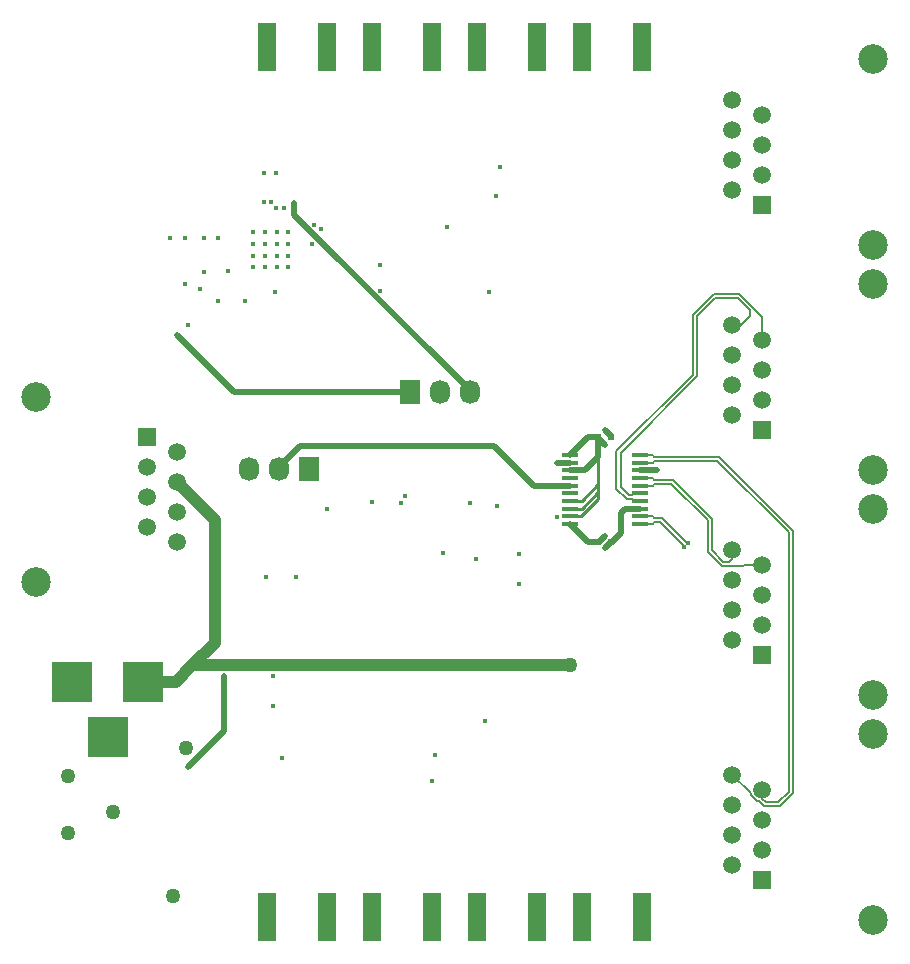
<source format=gbr>
G04 #@! TF.FileFunction,Copper,L4,Bot,Signal*
%FSLAX46Y46*%
G04 Gerber Fmt 4.6, Leading zero omitted, Abs format (unit mm)*
G04 Created by KiCad (PCBNEW (2016-02-16 BZR 6568, Git 6c5f954)-product) date Sun 21 Feb 2016 12:14:23 PM EST*
%MOMM*%
G01*
G04 APERTURE LIST*
%ADD10C,0.100000*%
%ADD11R,0.600000X0.500000*%
%ADD12R,3.500120X3.500120*%
%ADD13R,1.501140X1.501140*%
%ADD14C,1.501140*%
%ADD15C,2.500000*%
%ADD16R,1.727200X2.032000*%
%ADD17O,1.727200X2.032000*%
%ADD18R,1.520000X4.060000*%
%ADD19R,1.450000X0.450000*%
%ADD20C,0.406400*%
%ADD21C,1.270000*%
%ADD22C,0.254000*%
%ADD23C,0.508000*%
%ADD24C,1.016000*%
%ADD25C,0.203200*%
G04 APERTURE END LIST*
D10*
D11*
X139785000Y-101600000D03*
X140885000Y-101600000D03*
X139785000Y-110490000D03*
X140885000Y-110490000D03*
D12*
X101249480Y-122301000D03*
X95250000Y-122301000D03*
X98249740Y-127000000D03*
D13*
X153670000Y-120015000D03*
D14*
X151130000Y-118745000D03*
X153670000Y-117475000D03*
X151130000Y-116205000D03*
X153670000Y-114935000D03*
X151130000Y-113665000D03*
X153670000Y-112395000D03*
X151130000Y-111125000D03*
D15*
X163070000Y-123420000D03*
X163070000Y-107720000D03*
D13*
X101600000Y-101600000D03*
D14*
X104140000Y-102870000D03*
X101600000Y-104140000D03*
X104140000Y-105410000D03*
X101600000Y-106680000D03*
X104140000Y-107950000D03*
X101600000Y-109220000D03*
X104140000Y-110490000D03*
D15*
X92200000Y-98195000D03*
X92200000Y-113895000D03*
D13*
X153670000Y-81915000D03*
D14*
X151130000Y-80645000D03*
X153670000Y-79375000D03*
X151130000Y-78105000D03*
X153670000Y-76835000D03*
X151130000Y-75565000D03*
X153670000Y-74295000D03*
X151130000Y-73025000D03*
D15*
X163070000Y-85320000D03*
X163070000Y-69620000D03*
D13*
X153670000Y-100965000D03*
D14*
X151130000Y-99695000D03*
X153670000Y-98425000D03*
X151130000Y-97155000D03*
X153670000Y-95885000D03*
X151130000Y-94615000D03*
X153670000Y-93345000D03*
X151130000Y-92075000D03*
D15*
X163070000Y-104370000D03*
X163070000Y-88670000D03*
D13*
X153670000Y-139065000D03*
D14*
X151130000Y-137795000D03*
X153670000Y-136525000D03*
X151130000Y-135255000D03*
X153670000Y-133985000D03*
X151130000Y-132715000D03*
X153670000Y-131445000D03*
X151130000Y-130175000D03*
D15*
X163070000Y-142470000D03*
X163070000Y-126770000D03*
D16*
X123825000Y-97790000D03*
D17*
X126365000Y-97790000D03*
X128905000Y-97790000D03*
D18*
X138430000Y-68580000D03*
X143510000Y-68580000D03*
X129540000Y-68580000D03*
X134620000Y-68580000D03*
X120650000Y-68580000D03*
X125730000Y-68580000D03*
X111760000Y-68580000D03*
X116840000Y-68580000D03*
D16*
X115316000Y-104267000D03*
D17*
X112776000Y-104267000D03*
X110236000Y-104267000D03*
D18*
X116840000Y-142240000D03*
X111760000Y-142240000D03*
X125730000Y-142240000D03*
X120650000Y-142240000D03*
X134620000Y-142240000D03*
X129540000Y-142240000D03*
X143510000Y-142240000D03*
X138430000Y-142240000D03*
D19*
X137385000Y-108970000D03*
X137385000Y-108320000D03*
X137385000Y-107670000D03*
X137385000Y-107020000D03*
X137385000Y-106370000D03*
X137385000Y-105720000D03*
X137385000Y-105070000D03*
X137385000Y-104420000D03*
X137385000Y-103770000D03*
X137385000Y-103120000D03*
X143285000Y-103120000D03*
X143285000Y-103770000D03*
X143285000Y-104420000D03*
X143285000Y-105070000D03*
X143285000Y-105720000D03*
X143285000Y-106370000D03*
X143285000Y-107020000D03*
X143285000Y-107670000D03*
X143285000Y-108320000D03*
X143285000Y-108970000D03*
D20*
X123063000Y-107196000D03*
X131097000Y-81153000D03*
X106045000Y-89027000D03*
X109855000Y-90043000D03*
X104775000Y-84709000D03*
X116332000Y-83947000D03*
X107569000Y-84709000D03*
X112038000Y-81661000D03*
X111506000Y-81661000D03*
X140335000Y-110998000D03*
X140335000Y-102235000D03*
X125951000Y-128524000D03*
X133096000Y-114046000D03*
X128905000Y-107196000D03*
X121285000Y-86995000D03*
X116840000Y-107696000D03*
X111633000Y-113411000D03*
D21*
X94869000Y-135128000D03*
D20*
X129413000Y-111887000D03*
X112395000Y-89281000D03*
X111760000Y-68580000D03*
X116840000Y-68580000D03*
X120650000Y-68580000D03*
X125730000Y-68580000D03*
X129540000Y-68580000D03*
X134620000Y-68580000D03*
X138430000Y-68580000D03*
X143510000Y-68580000D03*
X143510000Y-142240000D03*
X138430000Y-142240000D03*
X134620000Y-142240000D03*
X129540000Y-142240000D03*
X125730000Y-142240000D03*
X120650000Y-142240000D03*
X116840000Y-142240000D03*
X111760000Y-142240000D03*
X130175000Y-125603000D03*
X105029000Y-92075000D03*
X107569000Y-90043000D03*
X104775000Y-88646000D03*
X103505000Y-84709000D03*
X106426000Y-87630000D03*
X108458000Y-87503000D03*
X112522000Y-82169000D03*
X113157000Y-82169000D03*
X115714433Y-83656757D03*
X115570000Y-85217000D03*
X106426000Y-84709000D03*
X111506000Y-79248000D03*
X112522000Y-79248000D03*
X110538000Y-87233000D03*
X111538000Y-87233000D03*
X112538000Y-87233000D03*
X113538000Y-87233000D03*
X113538000Y-86233000D03*
X112538000Y-86233000D03*
X111538000Y-86233000D03*
X110538000Y-86233000D03*
X110538000Y-84233000D03*
X110538000Y-85233000D03*
X111538000Y-85233000D03*
X112538000Y-85233000D03*
X113538000Y-85233000D03*
X113538000Y-84233000D03*
X112538000Y-84233000D03*
X111538000Y-84233000D03*
X136271000Y-103759000D03*
X136271000Y-108331000D03*
X140335000Y-109982000D03*
X144780000Y-104394000D03*
X140335000Y-100965000D03*
X125730000Y-130683000D03*
X126619000Y-111379000D03*
X120650000Y-107061000D03*
X123444000Y-106553000D03*
X133096000Y-111506000D03*
X131191000Y-107442000D03*
X130556000Y-89281000D03*
X121311838Y-89254162D03*
X127000000Y-83820000D03*
X131445000Y-78740000D03*
X114173000Y-113411000D03*
D21*
X104902000Y-127889000D03*
X103759000Y-140462000D03*
X94869000Y-130302000D03*
X98679000Y-133350000D03*
D20*
X113030000Y-128778000D03*
X112268000Y-124333000D03*
X112268000Y-121793000D03*
D21*
X137414000Y-120904000D03*
D20*
X104140000Y-92964000D03*
X114046000Y-81788000D03*
X108077000Y-121793000D03*
X105029000Y-129540000D03*
X146995435Y-110941565D03*
X147390565Y-110546435D03*
D22*
X138314000Y-108320000D02*
X139785000Y-106849000D01*
X139785000Y-106849000D02*
X139785000Y-106249000D01*
X137385000Y-108320000D02*
X138314000Y-108320000D01*
X137385000Y-107670000D02*
X138364000Y-107670000D01*
X138364000Y-107670000D02*
X139785000Y-106249000D01*
X139785000Y-106249000D02*
X139785000Y-105599000D01*
X137385000Y-107020000D02*
X138364000Y-107020000D01*
X138364000Y-107020000D02*
X139785000Y-105599000D01*
X139785000Y-105599000D02*
X139785000Y-103253000D01*
D23*
X140885000Y-110490000D02*
X140935000Y-110490000D01*
X140935000Y-110490000D02*
X141732000Y-109693000D01*
X141732000Y-109693000D02*
X141732000Y-107990000D01*
X141732000Y-107990000D02*
X142052000Y-107670000D01*
X142052000Y-107670000D02*
X143285000Y-107670000D01*
X140885000Y-110490000D02*
X140843000Y-110490000D01*
X140843000Y-110490000D02*
X140335000Y-110998000D01*
X139785000Y-101600000D02*
X139785000Y-103253000D01*
X138618000Y-104420000D02*
X137385000Y-104420000D01*
X139785000Y-103253000D02*
X138618000Y-104420000D01*
X139785000Y-101600000D02*
X138905000Y-101600000D01*
X138905000Y-101600000D02*
X137385000Y-103120000D01*
X139785000Y-101600000D02*
X139785000Y-101685000D01*
X139785000Y-101685000D02*
X140335000Y-102235000D01*
X137385000Y-103770000D02*
X136282000Y-103770000D01*
X136282000Y-103770000D02*
X136271000Y-103759000D01*
X139785000Y-110490000D02*
X138905000Y-110490000D01*
X138905000Y-110490000D02*
X137385000Y-108970000D01*
X139785000Y-110490000D02*
X139827000Y-110490000D01*
X139827000Y-110490000D02*
X140335000Y-109982000D01*
X143285000Y-104420000D02*
X144754000Y-104420000D01*
X144754000Y-104420000D02*
X144780000Y-104394000D01*
X140885000Y-101600000D02*
X140885000Y-101515000D01*
X140885000Y-101515000D02*
X140335000Y-100965000D01*
D24*
X136017000Y-120906540D02*
X136649460Y-120906540D01*
X105410000Y-120906540D02*
X136017000Y-120906540D01*
X136017000Y-120906540D02*
X137411460Y-120906540D01*
X137411460Y-120906540D02*
X137414000Y-120904000D01*
X105410000Y-120906540D02*
X107315000Y-119001540D01*
X104015540Y-122301000D02*
X105410000Y-120906540D01*
X107315000Y-119001540D02*
X107315000Y-108585000D01*
X107315000Y-108585000D02*
X104140000Y-105410000D01*
X101249480Y-122301000D02*
X104015540Y-122301000D01*
D23*
X123825000Y-97790000D02*
X108966000Y-97790000D01*
X108966000Y-97790000D02*
X104140000Y-92964000D01*
X128905000Y-97790000D02*
X128905000Y-97637600D01*
X128905000Y-97637600D02*
X114046000Y-82778600D01*
X114046000Y-82778600D02*
X114046000Y-81788000D01*
X112776000Y-104267000D02*
X112776000Y-104114600D01*
X112776000Y-104114600D02*
X114528600Y-102362000D01*
X114528600Y-102362000D02*
X130937000Y-102362000D01*
X130937000Y-102362000D02*
X134295000Y-105720000D01*
X134295000Y-105720000D02*
X137385000Y-105720000D01*
X108077000Y-121793000D02*
X108077000Y-126492000D01*
X108077000Y-126492000D02*
X105029000Y-129540000D01*
D25*
X152041790Y-112496656D02*
X152143446Y-112395000D01*
X152143446Y-112395000D02*
X153670000Y-112395000D01*
X150218210Y-112496656D02*
X152041790Y-112496656D01*
X149047200Y-111325646D02*
X150218210Y-112496656D01*
X149047200Y-108658646D02*
X149047200Y-111325646D01*
X145961354Y-105572800D02*
X149047200Y-108658646D01*
X143285000Y-105720000D02*
X144372500Y-105720000D01*
X144372500Y-105720000D02*
X144519700Y-105572800D01*
X144519700Y-105572800D02*
X145961354Y-105572800D01*
X150875944Y-112141056D02*
X151130000Y-111887000D01*
X151130000Y-111887000D02*
X151130000Y-111125000D01*
X150365502Y-112141056D02*
X150875944Y-112141056D01*
X149402800Y-111178354D02*
X150365502Y-112141056D01*
X149402800Y-108511354D02*
X149402800Y-111178354D01*
X146108646Y-105217200D02*
X149402800Y-108511354D01*
X143285000Y-105070000D02*
X144372500Y-105070000D01*
X144372500Y-105070000D02*
X144519700Y-105217200D01*
X144519700Y-105217200D02*
X146108646Y-105217200D01*
X144372500Y-108970000D02*
X144519700Y-108822800D01*
X143285000Y-108970000D02*
X144372500Y-108970000D01*
X144519700Y-108822800D02*
X145020353Y-108822800D01*
X145020353Y-108822800D02*
X146995435Y-110797882D01*
X146995435Y-110797882D02*
X146995435Y-110941565D01*
X143285000Y-108320000D02*
X144372500Y-108320000D01*
X144372500Y-108320000D02*
X144519700Y-108467200D01*
X144519700Y-108467200D02*
X145167647Y-108467200D01*
X147246882Y-110546435D02*
X147390565Y-110546435D01*
X145167647Y-108467200D02*
X147246882Y-110546435D01*
X143285000Y-107020000D02*
X142785000Y-107020000D01*
X142785000Y-107020000D02*
X142637800Y-106872800D01*
X142637800Y-106872800D02*
X142181354Y-106872800D01*
X141300200Y-105991646D02*
X141300200Y-102796354D01*
X151711646Y-89484200D02*
X153670000Y-91442554D01*
X142181354Y-106872800D02*
X141300200Y-105991646D01*
X141300200Y-102796354D02*
X147777200Y-96319354D01*
X147777200Y-96319354D02*
X147777200Y-91239354D01*
X153670000Y-91442554D02*
X153670000Y-93345000D01*
X147777200Y-91239354D02*
X149532354Y-89484200D01*
X149532354Y-89484200D02*
X151711646Y-89484200D01*
X143285000Y-106370000D02*
X142785000Y-106370000D01*
X149679646Y-89839800D02*
X151564354Y-89839800D01*
X142785000Y-106370000D02*
X142637800Y-106517200D01*
X152603200Y-91363800D02*
X151892000Y-92075000D01*
X142637800Y-106517200D02*
X142328646Y-106517200D01*
X142328646Y-106517200D02*
X141655800Y-105844354D01*
X141655800Y-105844354D02*
X141655800Y-102943646D01*
X141655800Y-102943646D02*
X148132800Y-96466646D01*
X148132800Y-96466646D02*
X148132800Y-91386646D01*
X152603200Y-90878646D02*
X152603200Y-91363800D01*
X148132800Y-91386646D02*
X149679646Y-89839800D01*
X151564354Y-89839800D02*
X152603200Y-90878646D01*
X151892000Y-92075000D02*
X151130000Y-92075000D01*
X155013568Y-132516986D02*
X153974880Y-132516986D01*
X153974880Y-132516986D02*
X153670000Y-132212106D01*
X153670000Y-132212106D02*
X153670000Y-131445000D01*
X155905200Y-109674646D02*
X155905200Y-131625354D01*
X143285000Y-103770000D02*
X144372500Y-103770000D01*
X144372500Y-103770000D02*
X144519700Y-103622800D01*
X144519700Y-103622800D02*
X149853354Y-103622800D01*
X149853354Y-103622800D02*
X155905200Y-109674646D01*
X155905200Y-131625354D02*
X155013568Y-132516986D01*
X155160860Y-132872586D02*
X153827586Y-132872586D01*
X153827586Y-132872586D02*
X153353771Y-132398771D01*
X153353771Y-132398771D02*
X153212189Y-132398771D01*
X153212189Y-132398771D02*
X152716229Y-131902811D01*
X152716229Y-131902811D02*
X152716229Y-131761229D01*
X152716229Y-131761229D02*
X151130000Y-130175000D01*
X144372500Y-103120000D02*
X144519700Y-103267200D01*
X144519700Y-103267200D02*
X150000646Y-103267200D01*
X143285000Y-103120000D02*
X144372500Y-103120000D01*
X150000646Y-103267200D02*
X156260800Y-109527354D01*
X156260800Y-109527354D02*
X156260800Y-131772646D01*
X156260800Y-131772646D02*
X155160860Y-132872586D01*
M02*

</source>
